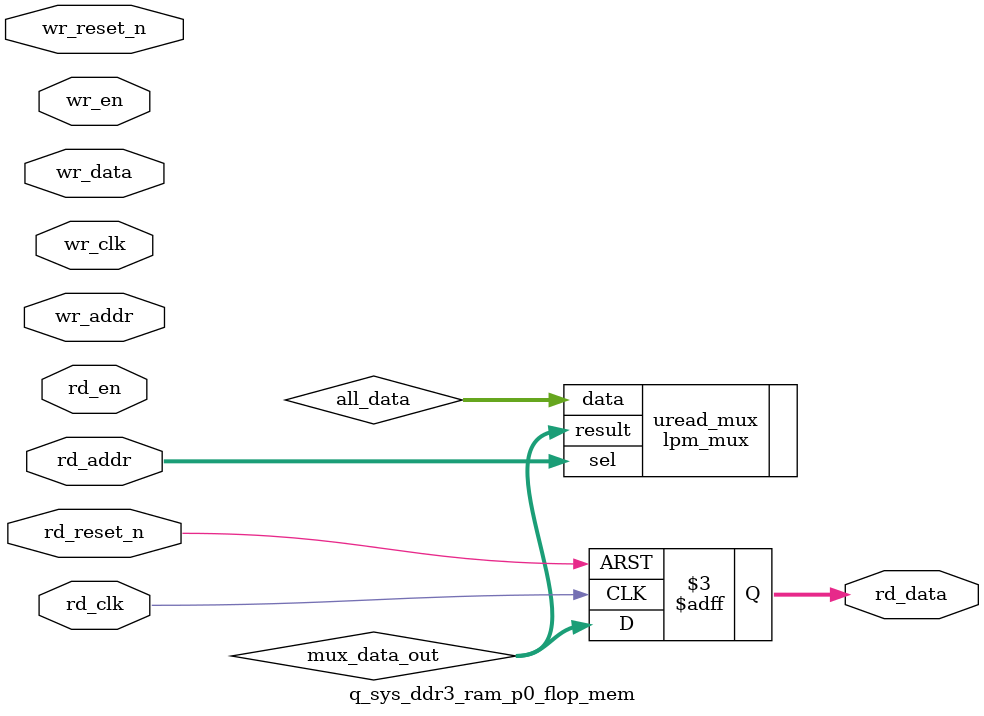
<source format=v>



`timescale 1 ps / 1 ps

(* altera_attribute = "-name ALLOW_SYNCH_CTRL_USAGE ON;-name AUTO_CLOCK_ENABLE_RECOGNITION ON" *)
module q_sys_ddr3_ram_p0_flop_mem(
	wr_reset_n,
	wr_clk,
	wr_en,
	wr_addr,
	wr_data,
	rd_reset_n,
	rd_clk,
	rd_en,
	rd_addr,
	rd_data
);

parameter WRITE_MEM_DEPTH	= "";
parameter WRITE_ADDR_WIDTH	= "";
parameter WRITE_DATA_WIDTH	= "";
parameter READ_MEM_DEPTH	= "";
parameter READ_ADDR_WIDTH	= "";		 
parameter READ_DATA_WIDTH	= "";


input	wr_reset_n;
input	wr_clk;
input	wr_en;
input	[WRITE_ADDR_WIDTH-1:0] wr_addr;
input	[WRITE_DATA_WIDTH-1:0] wr_data;
input	rd_reset_n;
input	rd_clk;
input	rd_en;
input	[READ_ADDR_WIDTH-1:0] rd_addr;
output	[READ_DATA_WIDTH-1:0] rd_data;



wire	[WRITE_DATA_WIDTH*WRITE_MEM_DEPTH-1:0] all_data;
wire	[READ_DATA_WIDTH-1:0] mux_data_out;



// declare a memory with WRITE_MEM_DEPTH entries
// each entry contains a data size of WRITE_DATA_WIDTH
reg	[WRITE_DATA_WIDTH-1:0] data_stored [0:WRITE_MEM_DEPTH-1] /* synthesis syn_preserve = 1 */;
reg	[READ_DATA_WIDTH-1:0] rd_data;

generate
genvar entry;
	for (entry=0; entry < WRITE_MEM_DEPTH; entry=entry+1)
	begin: mem_location
		assign all_data[(WRITE_DATA_WIDTH*(entry+1)-1) : (WRITE_DATA_WIDTH*entry)] = data_stored[entry]; 
		
		always @(posedge wr_clk or negedge wr_reset_n)
		begin
			if (~wr_reset_n) begin
				data_stored[entry] <= {WRITE_DATA_WIDTH{1'b0}};
			end else begin
				if (wr_en) begin
					if (entry == wr_addr) begin
						data_stored[entry] <= wr_data;
					end
				end
			end
		end		
	end
endgenerate

// mux to select the correct output data based on read address
lpm_mux	uread_mux(
	.sel (rd_addr),
	.data (all_data),
	.result (mux_data_out)
	// synopsys translate_off
	,
	.aclr (),
	.clken (),
	.clock ()
	// synopsys translate_on
	);
 defparam uread_mux.lpm_size = READ_MEM_DEPTH;
 defparam uread_mux.lpm_type = "LPM_MUX";
 defparam uread_mux.lpm_width = READ_DATA_WIDTH;
 defparam uread_mux.lpm_widths = READ_ADDR_WIDTH;

always @(posedge rd_clk or negedge rd_reset_n)	
begin
	if (~rd_reset_n) begin
		rd_data <= {READ_DATA_WIDTH{1'b0}};
	end else begin
		rd_data <= mux_data_out;
	end
end

endmodule

</source>
